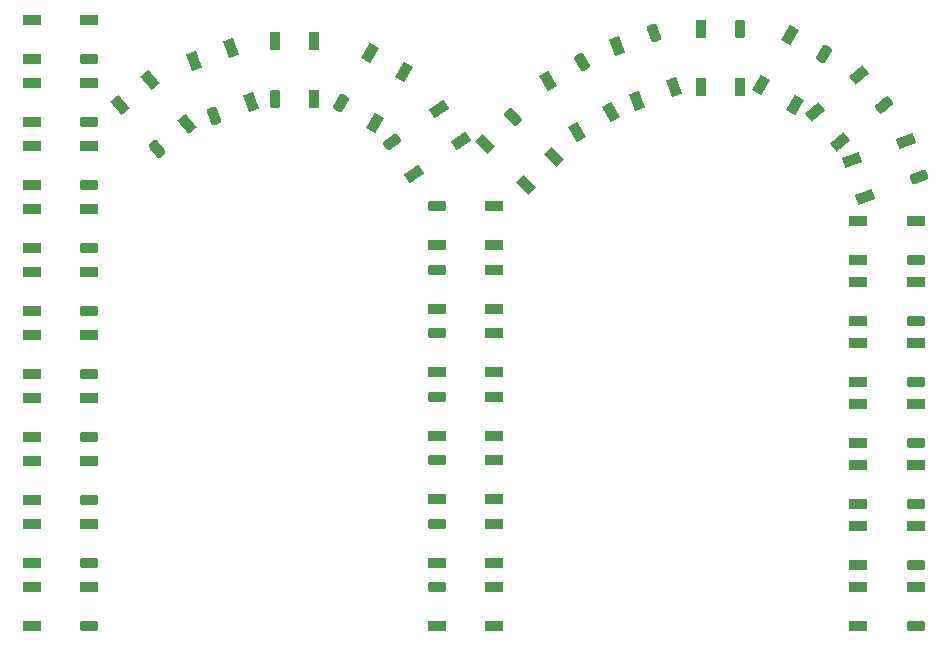
<source format=gtl>
G04 #@! TF.GenerationSoftware,KiCad,Pcbnew,7.0.0-da2b9df05c~165~ubuntu22.04.1*
G04 #@! TF.CreationDate,2023-03-05T12:57:27-08:00*
G04 #@! TF.ProjectId,badge,62616467-652e-46b6-9963-61645f706362,rev?*
G04 #@! TF.SameCoordinates,Original*
G04 #@! TF.FileFunction,Copper,L1,Top*
G04 #@! TF.FilePolarity,Positive*
%FSLAX46Y46*%
G04 Gerber Fmt 4.6, Leading zero omitted, Abs format (unit mm)*
G04 Created by KiCad (PCBNEW 7.0.0-da2b9df05c~165~ubuntu22.04.1) date 2023-03-05 12:57:27*
%MOMM*%
%LPD*%
G01*
G04 APERTURE LIST*
G04 Aperture macros list*
%AMRoundRect*
0 Rectangle with rounded corners*
0 $1 Rounding radius*
0 $2 $3 $4 $5 $6 $7 $8 $9 X,Y pos of 4 corners*
0 Add a 4 corners polygon primitive as box body*
4,1,4,$2,$3,$4,$5,$6,$7,$8,$9,$2,$3,0*
0 Add four circle primitives for the rounded corners*
1,1,$1+$1,$2,$3*
1,1,$1+$1,$4,$5*
1,1,$1+$1,$6,$7*
1,1,$1+$1,$8,$9*
0 Add four rect primitives between the rounded corners*
20,1,$1+$1,$2,$3,$4,$5,0*
20,1,$1+$1,$4,$5,$6,$7,0*
20,1,$1+$1,$6,$7,$8,$9,0*
20,1,$1+$1,$8,$9,$2,$3,0*%
%AMRotRect*
0 Rectangle, with rotation*
0 The origin of the aperture is its center*
0 $1 length*
0 $2 width*
0 $3 Rotation angle, in degrees counterclockwise*
0 Add horizontal line*
21,1,$1,$2,0,0,$3*%
G04 Aperture macros list end*
G04 #@! TA.AperFunction,SMDPad,CuDef*
%ADD10RoundRect,0.225000X0.525000X0.225000X-0.525000X0.225000X-0.525000X-0.225000X0.525000X-0.225000X0*%
G04 #@! TD*
G04 #@! TA.AperFunction,SMDPad,CuDef*
%ADD11R,1.500000X0.900000*%
G04 #@! TD*
G04 #@! TA.AperFunction,SMDPad,CuDef*
%ADD12RoundRect,0.225000X-0.525000X-0.225000X0.525000X-0.225000X0.525000X0.225000X-0.525000X0.225000X0*%
G04 #@! TD*
G04 #@! TA.AperFunction,SMDPad,CuDef*
%ADD13RoundRect,0.225000X0.416384X0.390991X-0.570293X0.031870X-0.416384X-0.390991X0.570293X-0.031870X0*%
G04 #@! TD*
G04 #@! TA.AperFunction,SMDPad,CuDef*
%ADD14RotRect,1.500000X0.900000X200.000000*%
G04 #@! TD*
G04 #@! TA.AperFunction,SMDPad,CuDef*
%ADD15RoundRect,0.225000X0.390991X-0.416384X0.031870X0.570293X-0.390991X0.416384X-0.031870X-0.570293X0*%
G04 #@! TD*
G04 #@! TA.AperFunction,SMDPad,CuDef*
%ADD16RotRect,1.500000X0.900000X110.000000*%
G04 #@! TD*
G04 #@! TA.AperFunction,SMDPad,CuDef*
%ADD17RoundRect,0.225000X-0.301000X-0.485437X0.559110X0.116818X0.301000X0.485437X-0.559110X-0.116818X0*%
G04 #@! TD*
G04 #@! TA.AperFunction,SMDPad,CuDef*
%ADD18RotRect,1.500000X0.900000X35.000000*%
G04 #@! TD*
G04 #@! TA.AperFunction,SMDPad,CuDef*
%ADD19RoundRect,0.225000X0.067644X0.567163X-0.457356X-0.342163X-0.067644X-0.567163X0.457356X0.342163X0*%
G04 #@! TD*
G04 #@! TA.AperFunction,SMDPad,CuDef*
%ADD20RotRect,1.500000X0.900000X240.000000*%
G04 #@! TD*
G04 #@! TA.AperFunction,SMDPad,CuDef*
%ADD21RoundRect,0.225000X0.257546X0.509823X-0.546801X-0.165103X-0.257546X-0.509823X0.546801X0.165103X0*%
G04 #@! TD*
G04 #@! TA.AperFunction,SMDPad,CuDef*
%ADD22RotRect,1.500000X0.900000X220.000000*%
G04 #@! TD*
G04 #@! TA.AperFunction,SMDPad,CuDef*
%ADD23RoundRect,0.225000X-0.225000X0.525000X-0.225000X-0.525000X0.225000X-0.525000X0.225000X0.525000X0*%
G04 #@! TD*
G04 #@! TA.AperFunction,SMDPad,CuDef*
%ADD24R,0.900000X1.500000*%
G04 #@! TD*
G04 #@! TA.AperFunction,SMDPad,CuDef*
%ADD25RoundRect,0.225000X-0.457356X0.342163X0.067644X-0.567163X0.457356X-0.342163X-0.067644X0.567163X0*%
G04 #@! TD*
G04 #@! TA.AperFunction,SMDPad,CuDef*
%ADD26RotRect,1.500000X0.900000X300.000000*%
G04 #@! TD*
G04 #@! TA.AperFunction,SMDPad,CuDef*
%ADD27RoundRect,0.225000X-0.067644X-0.567163X0.457356X0.342163X0.067644X0.567163X-0.457356X-0.342163X0*%
G04 #@! TD*
G04 #@! TA.AperFunction,SMDPad,CuDef*
%ADD28RotRect,1.500000X0.900000X60.000000*%
G04 #@! TD*
G04 #@! TA.AperFunction,SMDPad,CuDef*
%ADD29RoundRect,0.225000X0.509823X-0.257546X-0.165103X0.546801X-0.509823X0.257546X0.165103X-0.546801X0*%
G04 #@! TD*
G04 #@! TA.AperFunction,SMDPad,CuDef*
%ADD30RotRect,1.500000X0.900000X130.000000*%
G04 #@! TD*
G04 #@! TA.AperFunction,SMDPad,CuDef*
%ADD31RoundRect,0.225000X-0.390991X0.416384X-0.031870X-0.570293X0.390991X-0.416384X0.031870X0.570293X0*%
G04 #@! TD*
G04 #@! TA.AperFunction,SMDPad,CuDef*
%ADD32RotRect,1.500000X0.900000X290.000000*%
G04 #@! TD*
G04 #@! TA.AperFunction,SMDPad,CuDef*
%ADD33RoundRect,0.225000X-0.530330X0.212132X0.212132X-0.530330X0.530330X-0.212132X-0.212132X0.530330X0*%
G04 #@! TD*
G04 #@! TA.AperFunction,SMDPad,CuDef*
%ADD34RotRect,1.500000X0.900000X315.000000*%
G04 #@! TD*
G04 #@! TA.AperFunction,SMDPad,CuDef*
%ADD35RoundRect,0.225000X0.225000X-0.525000X0.225000X0.525000X-0.225000X0.525000X-0.225000X-0.525000X0*%
G04 #@! TD*
G04 APERTURE END LIST*
D10*
G04 #@! TO.P,D17,1,VDD*
G04 #@! TO.N,+5V*
X184224000Y-92243332D03*
D11*
G04 #@! TO.P,D17,2,DOUT*
G04 #@! TO.N,Net-(D17-DOUT)*
X184223999Y-88943331D03*
G04 #@! TO.P,D17,3,VSS*
G04 #@! TO.N,GND*
X179323999Y-88943331D03*
G04 #@! TO.P,D17,4,DIN*
G04 #@! TO.N,Net-(D16-DOUT)*
X179323999Y-92243331D03*
G04 #@! TD*
D10*
G04 #@! TO.P,D15,1,VDD*
G04 #@! TO.N,+5V*
X184224000Y-81914000D03*
D11*
G04 #@! TO.P,D15,2,DOUT*
G04 #@! TO.N,Net-(D15-DOUT)*
X184223999Y-78613999D03*
G04 #@! TO.P,D15,3,VSS*
G04 #@! TO.N,GND*
X179323999Y-78613999D03*
G04 #@! TO.P,D15,4,DIN*
G04 #@! TO.N,Net-(D14-DOUT)*
X179323999Y-81913999D03*
G04 #@! TD*
D12*
G04 #@! TO.P,D7,1,VDD*
G04 #@! TO.N,+5V*
X143600000Y-77344000D03*
D11*
G04 #@! TO.P,D7,2,DOUT*
G04 #@! TO.N,Net-(D7-DOUT)*
X143599999Y-80643999D03*
G04 #@! TO.P,D7,3,VSS*
G04 #@! TO.N,GND*
X148499999Y-80643999D03*
G04 #@! TO.P,D7,4,DIN*
G04 #@! TO.N,Net-(D6-DOUT)*
X148499999Y-77343999D03*
G04 #@! TD*
D13*
G04 #@! TO.P,D14,1,VDD*
G04 #@! TO.N,+5V*
X184476580Y-74880543D03*
D14*
G04 #@! TO.P,D14,2,DOUT*
G04 #@! TO.N,Net-(D14-DOUT)*
X183347913Y-71779557D03*
G04 #@! TO.P,D14,3,VSS*
G04 #@! TO.N,GND*
X178743419Y-73455456D03*
G04 #@! TO.P,D14,4,DIN*
G04 #@! TO.N,Net-(D13-DOUT)*
X179872085Y-76556441D03*
G04 #@! TD*
D15*
G04 #@! TO.P,D25,1,VDD*
G04 #@! TO.N,+5V*
X124763457Y-69668580D03*
D16*
G04 #@! TO.P,D25,2,DOUT*
G04 #@! TO.N,Net-(D25-DOUT)*
X127864441Y-68539913D03*
G04 #@! TO.P,D25,3,VSS*
G04 #@! TO.N,GND*
X126188542Y-63935419D03*
G04 #@! TO.P,D25,4,DIN*
G04 #@! TO.N,Net-(D24-DOUT)*
X123087557Y-65064085D03*
G04 #@! TD*
D10*
G04 #@! TO.P,D16,1,VDD*
G04 #@! TO.N,+5V*
X184224000Y-87078666D03*
D11*
G04 #@! TO.P,D16,2,DOUT*
G04 #@! TO.N,Net-(D16-DOUT)*
X184223999Y-83778665D03*
G04 #@! TO.P,D16,3,VSS*
G04 #@! TO.N,GND*
X179323999Y-83778665D03*
G04 #@! TO.P,D16,4,DIN*
G04 #@! TO.N,Net-(D15-DOUT)*
X179323999Y-87078665D03*
G04 #@! TD*
D12*
G04 #@! TO.P,D2,1,VDD*
G04 #@! TO.N,+5V*
X143600000Y-104225665D03*
D11*
G04 #@! TO.P,D2,2,DOUT*
G04 #@! TO.N,Net-(D2-DOUT)*
X143599999Y-107525664D03*
G04 #@! TO.P,D2,3,VSS*
G04 #@! TO.N,GND*
X148499999Y-107525664D03*
G04 #@! TO.P,D2,4,DIN*
G04 #@! TO.N,Net-(D1-DOUT)*
X148499999Y-104225664D03*
G04 #@! TD*
D17*
G04 #@! TO.P,D22,1,VDD*
G04 #@! TO.N,+5V*
X139794676Y-71935661D03*
D18*
G04 #@! TO.P,D22,2,DOUT*
G04 #@! TO.N,Net-(D22-DOUT)*
X141687478Y-74638862D03*
G04 #@! TO.P,D22,3,VSS*
G04 #@! TO.N,GND*
X145701323Y-71828338D03*
G04 #@! TO.P,D22,4,DIN*
G04 #@! TO.N,Net-(D21-DOUT)*
X143808520Y-69125136D03*
G04 #@! TD*
D10*
G04 #@! TO.P,D31,1,VDD*
G04 #@! TO.N,+5V*
X114210000Y-86232000D03*
D11*
G04 #@! TO.P,D31,2,DOUT*
G04 #@! TO.N,Net-(D31-DOUT)*
X114209999Y-82931999D03*
G04 #@! TO.P,D31,3,VSS*
G04 #@! TO.N,GND*
X109309999Y-82931999D03*
G04 #@! TO.P,D31,4,DIN*
G04 #@! TO.N,Net-(D30-DOUT)*
X109309999Y-86231999D03*
G04 #@! TD*
D10*
G04 #@! TO.P,D32,1,VDD*
G04 #@! TO.N,+5V*
X114210000Y-91566000D03*
D11*
G04 #@! TO.P,D32,2,DOUT*
G04 #@! TO.N,Net-(D32-DOUT)*
X114209999Y-88265999D03*
G04 #@! TO.P,D32,3,VSS*
G04 #@! TO.N,GND*
X109309999Y-88265999D03*
G04 #@! TO.P,D32,4,DIN*
G04 #@! TO.N,Net-(D31-DOUT)*
X109309999Y-91565999D03*
G04 #@! TD*
D10*
G04 #@! TO.P,D27,1,VDD*
G04 #@! TO.N,+5V*
X114210000Y-64896000D03*
D11*
G04 #@! TO.P,D27,2,DOUT*
G04 #@! TO.N,Net-(D27-DOUT)*
X114209999Y-61595999D03*
G04 #@! TO.P,D27,3,VSS*
G04 #@! TO.N,GND*
X109309999Y-61595999D03*
G04 #@! TO.P,D27,4,DIN*
G04 #@! TO.N,Net-(D26-DOUT)*
X109309999Y-64895999D03*
G04 #@! TD*
D10*
G04 #@! TO.P,D18,1,VDD*
G04 #@! TO.N,+5V*
X184224000Y-97407998D03*
D11*
G04 #@! TO.P,D18,2,DOUT*
G04 #@! TO.N,Net-(D18-DOUT)*
X184223999Y-94107997D03*
G04 #@! TO.P,D18,3,VSS*
G04 #@! TO.N,GND*
X179323999Y-94107997D03*
G04 #@! TO.P,D18,4,DIN*
G04 #@! TO.N,Net-(D17-DOUT)*
X179323999Y-97407997D03*
G04 #@! TD*
D19*
G04 #@! TO.P,D12,1,VDD*
G04 #@! TO.N,+5V*
X176389942Y-64489238D03*
D20*
G04 #@! TO.P,D12,2,DOUT*
G04 #@! TO.N,Net-(D12-DOUT)*
X173532057Y-62839237D03*
G04 #@! TO.P,D12,3,VSS*
G04 #@! TO.N,GND*
X171082057Y-67082761D03*
G04 #@! TO.P,D12,4,DIN*
G04 #@! TO.N,Net-(D11-DOUT)*
X173939941Y-68732761D03*
G04 #@! TD*
D21*
G04 #@! TO.P,D13,1,VDD*
G04 #@! TO.N,+5V*
X181499408Y-68777144D03*
D22*
G04 #@! TO.P,D13,2,DOUT*
G04 #@! TO.N,Net-(D13-DOUT)*
X179378208Y-66249196D03*
G04 #@! TO.P,D13,3,VSS*
G04 #@! TO.N,GND*
X175624591Y-69398855D03*
G04 #@! TO.P,D13,4,DIN*
G04 #@! TO.N,Net-(D12-DOUT)*
X177745790Y-71926802D03*
G04 #@! TD*
D23*
G04 #@! TO.P,D11,1,VDD*
G04 #@! TO.N,+5V*
X169290000Y-62320000D03*
D24*
G04 #@! TO.P,D11,2,DOUT*
G04 #@! TO.N,Net-(D11-DOUT)*
X165989999Y-62319999D03*
G04 #@! TO.P,D11,3,VSS*
G04 #@! TO.N,GND*
X165989999Y-67219999D03*
G04 #@! TO.P,D11,4,DIN*
G04 #@! TO.N,Net-(D10-DOUT)*
X169289999Y-67219999D03*
G04 #@! TD*
D12*
G04 #@! TO.P,D1,1,VDD*
G04 #@! TO.N,+5V*
X143600000Y-109602000D03*
D11*
G04 #@! TO.P,D1,2,DOUT*
G04 #@! TO.N,Net-(D1-DOUT)*
X143599999Y-112901999D03*
G04 #@! TO.P,D1,3,VSS*
G04 #@! TO.N,GND*
X148499999Y-112901999D03*
G04 #@! TO.P,D1,4,DIN*
G04 #@! TO.N,unconnected-(D1-DIN-Pad4)*
X148499999Y-109601999D03*
G04 #@! TD*
D25*
G04 #@! TO.P,D9,1,VDD*
G04 #@! TO.N,+5V*
X155905942Y-65125238D03*
D26*
G04 #@! TO.P,D9,2,DOUT*
G04 #@! TO.N,Net-(D10-DIN)*
X153048057Y-66775237D03*
G04 #@! TO.P,D9,3,VSS*
G04 #@! TO.N,GND*
X155498057Y-71018761D03*
G04 #@! TO.P,D9,4,DIN*
G04 #@! TO.N,Net-(D8-DOUT)*
X158355941Y-69368761D03*
G04 #@! TD*
D27*
G04 #@! TO.P,D23,1,VDD*
G04 #@! TO.N,+5V*
X135522058Y-68606762D03*
D28*
G04 #@! TO.P,D23,2,DOUT*
G04 #@! TO.N,Net-(D23-DOUT)*
X138379941Y-70256761D03*
G04 #@! TO.P,D23,3,VSS*
G04 #@! TO.N,GND*
X140829941Y-66013237D03*
G04 #@! TO.P,D23,4,DIN*
G04 #@! TO.N,Net-(D22-DOUT)*
X137972057Y-64363237D03*
G04 #@! TD*
D10*
G04 #@! TO.P,D21,1,VDD*
G04 #@! TO.N,+5V*
X184224000Y-112901996D03*
D11*
G04 #@! TO.P,D21,2,DOUT*
G04 #@! TO.N,Net-(D21-DOUT)*
X184223999Y-109601995D03*
G04 #@! TO.P,D21,3,VSS*
G04 #@! TO.N,GND*
X179323999Y-109601995D03*
G04 #@! TO.P,D21,4,DIN*
G04 #@! TO.N,Net-(D20-DOUT)*
X179323999Y-112901995D03*
G04 #@! TD*
D10*
G04 #@! TO.P,D29,1,VDD*
G04 #@! TO.N,+5V*
X114210000Y-75564000D03*
D11*
G04 #@! TO.P,D29,2,DOUT*
G04 #@! TO.N,Net-(D29-DOUT)*
X114209999Y-72263999D03*
G04 #@! TO.P,D29,3,VSS*
G04 #@! TO.N,GND*
X109309999Y-72263999D03*
G04 #@! TO.P,D29,4,DIN*
G04 #@! TO.N,Net-(D28-DOUT)*
X109309999Y-75563999D03*
G04 #@! TD*
D29*
G04 #@! TO.P,D26,1,VDD*
G04 #@! TO.N,+5V*
X119944856Y-72533408D03*
D30*
G04 #@! TO.P,D26,2,DOUT*
G04 #@! TO.N,Net-(D26-DOUT)*
X122472802Y-70412208D03*
G04 #@! TO.P,D26,3,VSS*
G04 #@! TO.N,GND*
X119323143Y-66658591D03*
G04 #@! TO.P,D26,4,DIN*
G04 #@! TO.N,Net-(D25-DOUT)*
X116795196Y-68779790D03*
G04 #@! TD*
D10*
G04 #@! TO.P,D33,1,VDD*
G04 #@! TO.N,+5V*
X114210000Y-96900000D03*
D11*
G04 #@! TO.P,D33,2,DOUT*
G04 #@! TO.N,Net-(D33-DOUT)*
X114209999Y-93599999D03*
G04 #@! TO.P,D33,3,VSS*
G04 #@! TO.N,GND*
X109309999Y-93599999D03*
G04 #@! TO.P,D33,4,DIN*
G04 #@! TO.N,Net-(D32-DOUT)*
X109309999Y-96899999D03*
G04 #@! TD*
D10*
G04 #@! TO.P,D20,1,VDD*
G04 #@! TO.N,+5V*
X184224000Y-107737330D03*
D11*
G04 #@! TO.P,D20,2,DOUT*
G04 #@! TO.N,Net-(D20-DOUT)*
X184223999Y-104437329D03*
G04 #@! TO.P,D20,3,VSS*
G04 #@! TO.N,GND*
X179323999Y-104437329D03*
G04 #@! TO.P,D20,4,DIN*
G04 #@! TO.N,Net-(D19-DOUT)*
X179323999Y-107737329D03*
G04 #@! TD*
D10*
G04 #@! TO.P,D35,1,VDD*
G04 #@! TO.N,+5V*
X114210000Y-107568000D03*
D11*
G04 #@! TO.P,D35,2,DOUT*
G04 #@! TO.N,Net-(D35-DOUT)*
X114209999Y-104267999D03*
G04 #@! TO.P,D35,3,VSS*
G04 #@! TO.N,GND*
X109309999Y-104267999D03*
G04 #@! TO.P,D35,4,DIN*
G04 #@! TO.N,Net-(D34-DOUT)*
X109309999Y-107567999D03*
G04 #@! TD*
D10*
G04 #@! TO.P,D19,1,VDD*
G04 #@! TO.N,+5V*
X184224000Y-102572664D03*
D11*
G04 #@! TO.P,D19,2,DOUT*
G04 #@! TO.N,Net-(D19-DOUT)*
X184223999Y-99272663D03*
G04 #@! TO.P,D19,3,VSS*
G04 #@! TO.N,GND*
X179323999Y-99272663D03*
G04 #@! TO.P,D19,4,DIN*
G04 #@! TO.N,Net-(D18-DOUT)*
X179323999Y-102572663D03*
G04 #@! TD*
D12*
G04 #@! TO.P,D6,1,VDD*
G04 #@! TO.N,+5V*
X143600000Y-82720333D03*
D11*
G04 #@! TO.P,D6,2,DOUT*
G04 #@! TO.N,Net-(D6-DOUT)*
X143599999Y-86020332D03*
G04 #@! TO.P,D6,3,VSS*
G04 #@! TO.N,GND*
X148499999Y-86020332D03*
G04 #@! TO.P,D6,4,DIN*
G04 #@! TO.N,Net-(D5-DOUT)*
X148499999Y-82720332D03*
G04 #@! TD*
D12*
G04 #@! TO.P,D3,1,VDD*
G04 #@! TO.N,+5V*
X143600000Y-98849332D03*
D11*
G04 #@! TO.P,D3,2,DOUT*
G04 #@! TO.N,Net-(D3-DOUT)*
X143599999Y-102149331D03*
G04 #@! TO.P,D3,3,VSS*
G04 #@! TO.N,GND*
X148499999Y-102149331D03*
G04 #@! TO.P,D3,4,DIN*
G04 #@! TO.N,Net-(D2-DOUT)*
X148499999Y-98849331D03*
G04 #@! TD*
D31*
G04 #@! TO.P,D10,1,VDD*
G04 #@! TO.N,+5V*
X162002543Y-62665420D03*
D32*
G04 #@! TO.P,D10,2,DOUT*
G04 #@! TO.N,Net-(D10-DOUT)*
X158901557Y-63794085D03*
G04 #@! TO.P,D10,3,VSS*
G04 #@! TO.N,GND*
X160577456Y-68398579D03*
G04 #@! TO.P,D10,4,DIN*
G04 #@! TO.N,Net-(D10-DIN)*
X163678441Y-67269913D03*
G04 #@! TD*
D10*
G04 #@! TO.P,D34,1,VDD*
G04 #@! TO.N,+5V*
X114210000Y-102234000D03*
D11*
G04 #@! TO.P,D34,2,DOUT*
G04 #@! TO.N,Net-(D34-DOUT)*
X114209999Y-98933999D03*
G04 #@! TO.P,D34,3,VSS*
G04 #@! TO.N,GND*
X109309999Y-98933999D03*
G04 #@! TO.P,D34,4,DIN*
G04 #@! TO.N,Net-(D33-DOUT)*
X109309999Y-102233999D03*
G04 #@! TD*
D10*
G04 #@! TO.P,D36,1,VDD*
G04 #@! TO.N,+5V*
X114210000Y-112902000D03*
D11*
G04 #@! TO.P,D36,2,DOUT*
G04 #@! TO.N,unconnected-(D36-DOUT-Pad2)*
X114209999Y-109601999D03*
G04 #@! TO.P,D36,3,VSS*
G04 #@! TO.N,GND*
X109309999Y-109601999D03*
G04 #@! TO.P,D36,4,DIN*
G04 #@! TO.N,Net-(D35-DOUT)*
X109309999Y-112901999D03*
G04 #@! TD*
D10*
G04 #@! TO.P,D30,1,VDD*
G04 #@! TO.N,+5V*
X114210000Y-80898000D03*
D11*
G04 #@! TO.P,D30,2,DOUT*
G04 #@! TO.N,Net-(D30-DOUT)*
X114209999Y-77597999D03*
G04 #@! TO.P,D30,3,VSS*
G04 #@! TO.N,GND*
X109309999Y-77597999D03*
G04 #@! TO.P,D30,4,DIN*
G04 #@! TO.N,Net-(D29-DOUT)*
X109309999Y-80897999D03*
G04 #@! TD*
D10*
G04 #@! TO.P,D28,1,VDD*
G04 #@! TO.N,+5V*
X114210000Y-70230000D03*
D11*
G04 #@! TO.P,D28,2,DOUT*
G04 #@! TO.N,Net-(D28-DOUT)*
X114209999Y-66929999D03*
G04 #@! TO.P,D28,3,VSS*
G04 #@! TO.N,GND*
X109309999Y-66929999D03*
G04 #@! TO.P,D28,4,DIN*
G04 #@! TO.N,Net-(D27-DOUT)*
X109309999Y-70229999D03*
G04 #@! TD*
D12*
G04 #@! TO.P,D5,1,VDD*
G04 #@! TO.N,+5V*
X143600000Y-88096666D03*
D11*
G04 #@! TO.P,D5,2,DOUT*
G04 #@! TO.N,Net-(D5-DOUT)*
X143599999Y-91396665D03*
G04 #@! TO.P,D5,3,VSS*
G04 #@! TO.N,GND*
X148499999Y-91396665D03*
G04 #@! TO.P,D5,4,DIN*
G04 #@! TO.N,Net-(D4-DOUT)*
X148499999Y-88096665D03*
G04 #@! TD*
D33*
G04 #@! TO.P,D8,1,VDD*
G04 #@! TO.N,+5V*
X150056315Y-69744862D03*
D34*
G04 #@! TO.P,D8,2,DOUT*
G04 #@! TO.N,Net-(D8-DOUT)*
X147722861Y-72078314D03*
G04 #@! TO.P,D8,3,VSS*
G04 #@! TO.N,GND*
X151187684Y-75543137D03*
G04 #@! TO.P,D8,4,DIN*
G04 #@! TO.N,Net-(D7-DOUT)*
X153521137Y-73209684D03*
G04 #@! TD*
D35*
G04 #@! TO.P,D24,1,VDD*
G04 #@! TO.N,+5V*
X129922000Y-68236000D03*
D24*
G04 #@! TO.P,D24,2,DOUT*
G04 #@! TO.N,Net-(D24-DOUT)*
X133221999Y-68235999D03*
G04 #@! TO.P,D24,3,VSS*
G04 #@! TO.N,GND*
X133221999Y-63335999D03*
G04 #@! TO.P,D24,4,DIN*
G04 #@! TO.N,Net-(D23-DOUT)*
X129921999Y-63335999D03*
G04 #@! TD*
D12*
G04 #@! TO.P,D4,1,VDD*
G04 #@! TO.N,+5V*
X143600000Y-93472999D03*
D11*
G04 #@! TO.P,D4,2,DOUT*
G04 #@! TO.N,Net-(D4-DOUT)*
X143599999Y-96772998D03*
G04 #@! TO.P,D4,3,VSS*
G04 #@! TO.N,GND*
X148499999Y-96772998D03*
G04 #@! TO.P,D4,4,DIN*
G04 #@! TO.N,Net-(D3-DOUT)*
X148499999Y-93472998D03*
G04 #@! TD*
M02*

</source>
